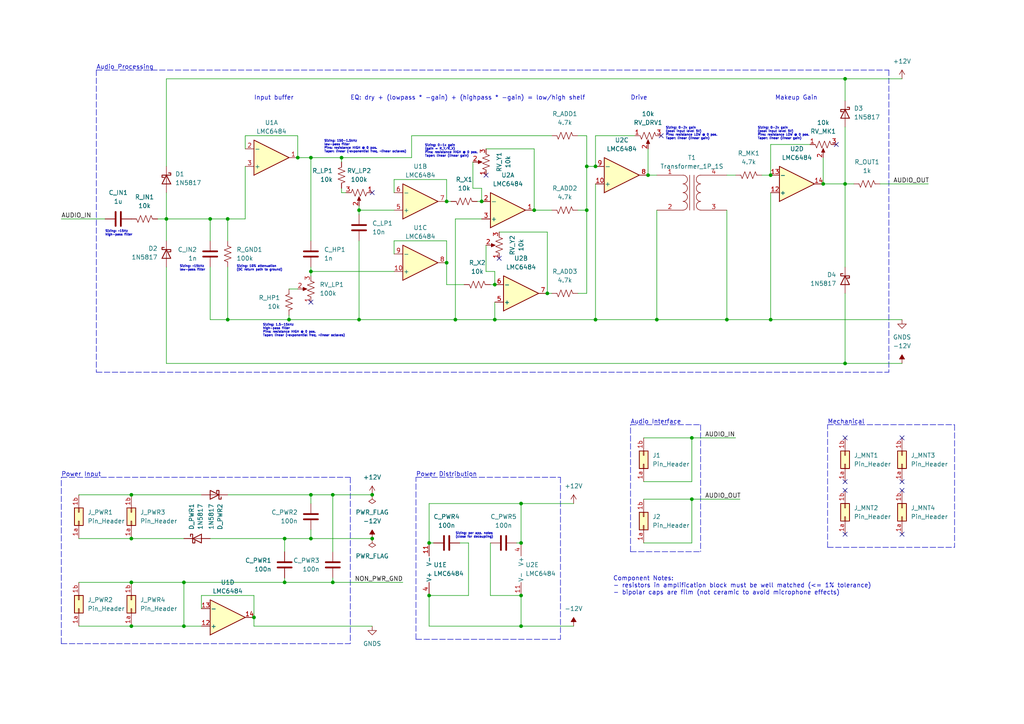
<source format=kicad_sch>
(kicad_sch (version 20211123) (generator eeschema)
  (paper "A4")
  (lib_symbols
    (symbol "Amplifier_Operational:LMC6484" (pin_names (offset 0.127))
      (property "Reference" "U" (at 0 5.08 0))
      (property "Value" "LMC6484" (at 0 -5.08 0))
      (symbol "LMC6484_1_1"
        (polyline (pts (xy -5.08 5.08) (xy 5.08 0) (xy -5.08 -5.08) (xy -5.08 5.08)) (stroke (width 0.254)) (fill (type background)))
        (pin output line (at 7.62 0 180) (length 2.54) (name "~") (number "1"))
        (pin input line (at -7.62 -2.54 0) (length 2.54) (name "-") (number "2"))
        (pin input line (at -7.62 2.54 0) (length 2.54) (name "+") (number "3"))
      )
      (symbol "LMC6484_2_1"
        (polyline (pts (xy -5.08 5.08) (xy 5.08 0) (xy -5.08 -5.08) (xy -5.08 5.08)) (stroke (width 0.254)) (fill (type background)))
        (pin input line (at -7.62 2.54 0) (length 2.54) (name "+") (number "5"))
        (pin input line (at -7.62 -2.54 0) (length 2.54) (name "-") (number "6"))
        (pin output line (at 7.62 0 180) (length 2.54) (name "~") (number "7"))
      )
      (symbol "LMC6484_3_1"
        (polyline (pts (xy -5.08 5.08) (xy 5.08 0) (xy -5.08 -5.08) (xy -5.08 5.08)) (stroke (width 0.254)) (fill (type background)))
        (pin input line (at -7.62 2.54 0) (length 2.54) (name "+") (number "10"))
        (pin output line (at 7.62 0 180) (length 2.54) (name "~") (number "8"))
        (pin input line (at -7.62 -2.54 0) (length 2.54) (name "-") (number "9"))
      )
      (symbol "LMC6484_4_1"
        (polyline (pts (xy -5.08 5.08) (xy 5.08 0) (xy -5.08 -5.08) (xy -5.08 5.08)) (stroke (width 0.254)) (fill (type background)))
        (pin input line (at -7.62 2.54 0) (length 2.54) (name "+") (number "12"))
        (pin input line (at -7.62 -2.54 0) (length 2.54) (name "-") (number "13"))
        (pin output line (at 7.62 0 180) (length 2.54) (name "~") (number "14"))
      )
      (symbol "LMC6484_5_1"
        (pin power_in line (at -2.54 -7.62 90) (length 3.81) (name "V-") (number "11"))
        (pin power_in line (at -2.54 7.62 270) (length 3.81) (name "V+") (number "4"))
      )
    )
    (symbol "Connector_Generic:Conn_02x01_Row_Letter_Last" (pin_names (offset 1.016) hide)
      (property "Reference" "J" (at 1.27 2.54 0))
      (property "Value" "Conn_02x01_Row_Letter_Last" (at 1.27 -2.54 0))
      (symbol "Conn_02x01_Row_Letter_Last_1_1"
        (rectangle (start -1.27 0.127) (end 0 -0.127) (stroke (width 0.1524)))
        (rectangle (start -1.27 1.27) (end 3.81 -1.27) (stroke (width 0.254)) (fill (type background)))
        (rectangle (start 3.81 0.127) (end 2.54 -0.127) (stroke (width 0.1524)))
        (pin passive line (at -5.08 0 0) (length 3.81) (name "Pin_1a") (number "1a"))
        (pin passive line (at 7.62 0 180) (length 3.81) (name "Pin_1b") (number "1b"))
      )
    )
    (symbol "Device:C" (pin_numbers hide) (pin_names (offset 0.254))
      (property "Reference" "C" (at 0.635 2.54 0))
      (property "Value" "C" (at 0.635 -2.54 0))
      (symbol "C_0_1"
        (polyline (pts (xy -2.032 -0.762) (xy 2.032 -0.762)) (stroke (width 0.508)))
        (polyline (pts (xy -2.032 0.762) (xy 2.032 0.762)) (stroke (width 0.508)))
      )
      (symbol "C_1_1"
        (pin passive line (at 0 3.81 270) (length 2.794) (name "~") (number "1"))
        (pin passive line (at 0 -3.81 90) (length 2.794) (name "~") (number "2"))
      )
    )
    (symbol "Device:R_Potentiometer_US" (pin_names (offset 1.016) hide)
      (property "Reference" "RV" (at -4.445 0 90))
      (property "Value" "R_Potentiometer_US" (at -2.54 0 90))
      (symbol "R_Potentiometer_US_0_1"
        (polyline (pts (xy 0 -2.286) (xy 0 -2.54)))
        (polyline (pts (xy 0 2.54) (xy 0 2.286)))
        (polyline (pts (xy 2.54 0) (xy 1.524 0)))
        (polyline (pts (xy 1.143 0) (xy 2.286 0.508) (xy 2.286 -0.508) (xy 1.143 0)) (fill (type outline)))
        (polyline (pts (xy 0 -0.762) (xy 1.016 -1.143) (xy 0 -1.524) (xy -1.016 -1.905) (xy 0 -2.286)))
        (polyline (pts (xy 0 0.762) (xy 1.016 0.381) (xy 0 0) (xy -1.016 -0.381) (xy 0 -0.762)))
        (polyline (pts (xy 0 2.286) (xy 1.016 1.905) (xy 0 1.524) (xy -1.016 1.143) (xy 0 0.762)))
      )
      (symbol "R_Potentiometer_US_1_1"
        (pin passive line (at 0 3.81 270) (length 1.27) (name "1") (number "1"))
        (pin passive line (at 3.81 0 180) (length 1.27) (name "2") (number "2"))
        (pin passive line (at 0 -3.81 90) (length 1.27) (name "3") (number "3"))
      )
    )
    (symbol "Device:R_US" (pin_numbers hide) (pin_names (offset 0))
      (property "Reference" "R" (at 2.54 0 90))
      (property "Value" "R_US" (at -2.54 0 90))
      (symbol "R_US_0_1"
        (polyline (pts (xy 0 -2.286) (xy 0 -2.54)))
        (polyline (pts (xy 0 2.286) (xy 0 2.54)))
        (polyline (pts (xy 0 -0.762) (xy 1.016 -1.143) (xy 0 -1.524) (xy -1.016 -1.905) (xy 0 -2.286)))
        (polyline (pts (xy 0 0.762) (xy 1.016 0.381) (xy 0 0) (xy -1.016 -0.381) (xy 0 -0.762)))
        (polyline (pts (xy 0 2.286) (xy 1.016 1.905) (xy 0 1.524) (xy -1.016 1.143) (xy 0 0.762)))
      )
      (symbol "R_US_1_1"
        (pin passive line (at 0 3.81 270) (length 1.27) (name "~") (number "1"))
        (pin passive line (at 0 -3.81 90) (length 1.27) (name "~") (number "2"))
      )
    )
    (symbol "Device:Transformer_1P_1S" (pin_names (offset 1.016) hide)
      (property "Reference" "T" (at 0 6.35 0))
      (property "Value" "Transformer_1P_1S" (at 0 -7.62 0))
      (symbol "Transformer_1P_1S_0_1"
        (arc (start -2.54 -5.0546) (mid -1.6599 -4.6901) (end -1.27 -3.81))
        (arc (start -2.54 -2.5146) (mid -1.6599 -2.1501) (end -1.27 -1.27))
        (arc (start -2.54 0.0254) (mid -1.6599 0.3899) (end -1.27 1.27))
        (arc (start -2.54 2.5654) (mid -1.6599 2.9299) (end -1.27 3.81))
        (arc (start -1.27 -3.81) (mid -1.642 -2.912) (end -2.54 -2.54))
        (arc (start -1.27 -1.27) (mid -1.642 -0.372) (end -2.54 0))
        (arc (start -1.27 1.27) (mid -1.642 2.168) (end -2.54 2.54))
        (arc (start -1.27 3.81) (mid -1.642 4.708) (end -2.54 5.08))
        (polyline (pts (xy -0.635 5.08) (xy -0.635 -5.08)))
        (polyline (pts (xy 0.635 -5.08) (xy 0.635 5.08)))
        (arc (start 1.2954 -1.27) (mid 1.6599 -2.1501) (end 2.54 -2.5146))
        (arc (start 1.2954 1.27) (mid 1.6599 0.3899) (end 2.54 0.0254))
        (arc (start 1.2954 3.81) (mid 1.6599 2.9299) (end 2.54 2.5654))
        (arc (start 1.3208 -3.81) (mid 1.6853 -4.6901) (end 2.5654 -5.0546))
        (arc (start 2.54 0) (mid 1.642 -0.372) (end 1.2954 -1.27))
        (arc (start 2.54 2.54) (mid 1.642 2.168) (end 1.2954 1.27))
        (arc (start 2.54 5.08) (mid 1.642 4.708) (end 1.2954 3.81))
        (arc (start 2.5654 -2.54) (mid 1.6674 -2.912) (end 1.3208 -3.81))
      )
      (symbol "Transformer_1P_1S_1_1"
        (pin passive line (at -10.16 5.08 0) (length 7.62) (name "AA") (number "1"))
        (pin passive line (at -10.16 -5.08 0) (length 7.62) (name "AB") (number "2"))
        (pin passive line (at 10.16 -5.08 180) (length 7.62) (name "SA") (number "3"))
        (pin passive line (at 10.16 5.08 180) (length 7.62) (name "SB") (number "4"))
      )
    )
    (symbol "Diode:1N5817" (pin_numbers hide) (pin_names (offset 1.016) hide)
      (property "Reference" "D" (at 0 2.54 0))
      (property "Value" "1N5817" (at 0 -2.54 0))
      (symbol "1N5817_0_1"
        (polyline (pts (xy 1.27 0) (xy -1.27 0)))
        (polyline (pts (xy 1.27 1.27) (xy 1.27 -1.27) (xy -1.27 0) (xy 1.27 1.27)) (stroke (width 0.254)))
        (polyline (pts (xy -1.905 0.635) (xy -1.905 1.27) (xy -1.27 1.27) (xy -1.27 -1.27) (xy -0.635 -1.27) (xy -0.635 -0.635)) (stroke (width 0.254)))
      )
      (symbol "1N5817_1_1"
        (pin passive line (at -3.81 0 0) (length 2.54) (name "K") (number "1"))
        (pin passive line (at 3.81 0 180) (length 2.54) (name "A") (number "2"))
      )
    )
    (symbol "power:+12V" (power) (pin_names (offset 0))
      (property "Value" "+12V" (at 0 3.556 0))
      (symbol "+12V_0_1"
        (polyline (pts (xy -0.762 1.27) (xy 0 2.54)))
        (polyline (pts (xy 0 0) (xy 0 2.54)))
        (polyline (pts (xy 0 2.54) (xy 0.762 1.27)))
      )
      (symbol "+12V_1_1"
        (pin power_in line (at 0 0 90) (length 0) hide (name "+12V") (number "1"))
      )
    )
    (symbol "power:-12V" (power) (pin_names (offset 0))
      (property "Value" "-12V" (at 0 3.81 0))
      (symbol "-12V_0_0"
        (pin power_in line (at 0 0 90) (length 0) hide (name "-12V") (number "1"))
      )
      (symbol "-12V_0_1"
        (polyline (pts (xy 0 0) (xy 0 1.27) (xy 0.762 1.27) (xy 0 2.54) (xy -0.762 1.27) (xy 0 1.27)) (fill (type outline)))
      )
    )
    (symbol "power:GNDS" (power) (pin_names (offset 0))
      (property "Value" "GNDS" (at 0 -3.81 0))
      (symbol "GNDS_0_1"
        (polyline (pts (xy 0 0) (xy 0 -1.27) (xy 1.27 -1.27) (xy 0 -2.54) (xy -1.27 -1.27) (xy 0 -1.27)))
      )
      (symbol "GNDS_1_1"
        (pin power_in line (at 0 0 270) (length 0) hide (name "GNDS") (number "1"))
      )
    )
    (symbol "power:PWR_FLAG" (power) (pin_numbers hide) (pin_names (offset 0) hide)
      (property "Value" "PWR_FLAG" (at 0 3.81 0))
      (symbol "PWR_FLAG_0_0"
        (pin power_out line (at 0 0 90) (length 0) (name "pwr") (number "1"))
      )
      (symbol "PWR_FLAG_0_1"
        (polyline (pts (xy 0 0) (xy 0 1.27) (xy -1.016 1.905) (xy 0 2.54) (xy 1.016 1.905) (xy 0 1.27)))
      )
    )
  )
  (junction (at 73.66 179.07))
  (junction (at 172.72 48.26))
  (junction (at 104.14 92.71))
  (junction (at 129.54 76.2))
  (junction (at 99.06 45.72))
  (junction (at 90.17 156.21))
  (junction (at 90.17 45.72))
  (junction (at 38.1 143.51))
  (junction (at 107.95 156.21))
  (junction (at 66.04 92.71))
  (junction (at 53.34 168.91))
  (junction (at 96.52 143.51))
  (junction (at 143.51 92.71))
  (junction (at 151.13 181.61))
  (junction (at 60.96 63.5))
  (junction (at 151.13 157.48))
  (junction (at 53.34 181.61))
  (junction (at 96.52 168.91))
  (junction (at 190.5 92.71))
  (junction (at 124.46 157.48))
  (junction (at 200.66 127))
  (junction (at 245.11 105.41))
  (junction (at 66.04 63.5))
  (junction (at 124.46 172.72))
  (junction (at 151.13 146.05))
  (junction (at 238.76 53.34))
  (junction (at 143.51 82.55))
  (junction (at 38.1 156.21))
  (junction (at 82.55 168.91))
  (junction (at 90.17 143.51))
  (junction (at 223.52 50.8))
  (junction (at 245.11 53.34))
  (junction (at 245.11 22.86))
  (junction (at 82.55 156.21))
  (junction (at 86.36 45.72))
  (junction (at 107.95 143.51))
  (junction (at 154.94 60.96))
  (junction (at 200.66 144.78))
  (junction (at 38.1 168.91))
  (junction (at 129.54 58.42))
  (junction (at 210.82 92.71))
  (junction (at 104.14 60.96))
  (junction (at 38.1 181.61))
  (junction (at 48.26 63.5))
  (junction (at 132.08 92.71))
  (junction (at 139.7 58.42))
  (junction (at 172.72 92.71))
  (junction (at 170.18 48.26))
  (junction (at 83.82 92.71))
  (junction (at 223.52 92.71))
  (junction (at 170.18 60.96))
  (junction (at 187.96 50.8))
  (junction (at 151.13 172.72))
  (junction (at 90.17 78.74))
  (junction (at 158.75 85.09))
  (no_connect (at 261.62 127))
  (no_connect (at 261.62 154.94))
  (no_connect (at 191.77 39.37))
  (no_connect (at 144.78 74.93))
  (no_connect (at 261.62 139.7))
  (no_connect (at 245.11 139.7))
  (no_connect (at 107.95 55.88))
  (no_connect (at 90.17 87.63))
  (no_connect (at 140.97 50.8))
  (no_connect (at 242.57 41.91))
  (no_connect (at 245.11 127))
  (no_connect (at 261.62 142.24))
  (no_connect (at 245.11 142.24))
  (no_connect (at 245.11 154.94))
  (wire (pts (xy 22.86 168.91) (xy 38.1 168.91)))
  (polyline (pts (xy 240.03 158.75) (xy 240.03 123.19)))
  (wire (pts (xy 22.86 156.21) (xy 38.1 156.21)))
  (wire (pts (xy 190.5 60.96) (xy 190.5 92.71)))
  (polyline (pts (xy 17.78 186.69) (xy 17.78 138.43)))
  (wire (pts (xy 245.11 53.34) (xy 245.11 77.47)))
  (wire (pts (xy 48.26 63.5) (xy 48.26 69.85)))
  (wire (pts (xy 48.26 55.88) (xy 48.26 63.5)))
  (wire (pts (xy 210.82 92.71) (xy 223.52 92.71)))
  (wire (pts (xy 73.66 181.61) (xy 107.95 181.61)))
  (wire (pts (xy 210.82 50.8) (xy 213.36 50.8)))
  (wire (pts (xy 96.52 143.51) (xy 96.52 160.02)))
  (wire (pts (xy 133.35 157.48) (xy 135.89 157.48)))
  (wire (pts (xy 38.1 143.51) (xy 58.42 143.51)))
  (polyline (pts (xy 257.81 20.32) (xy 257.81 107.95)))
  (wire (pts (xy 151.13 146.05) (xy 151.13 157.48)))
  (wire (pts (xy 140.97 71.12) (xy 140.97 78.74)))
  (wire (pts (xy 129.54 52.07) (xy 114.3 52.07)))
  (wire (pts (xy 245.11 85.09) (xy 245.11 105.41)))
  (wire (pts (xy 238.76 45.72) (xy 238.76 53.34)))
  (wire (pts (xy 124.46 172.72) (xy 124.46 181.61)))
  (wire (pts (xy 129.54 58.42) (xy 130.81 58.42)))
  (wire (pts (xy 90.17 45.72) (xy 99.06 45.72)))
  (wire (pts (xy 149.86 157.48) (xy 151.13 157.48)))
  (wire (pts (xy 71.12 63.5) (xy 66.04 63.5)))
  (wire (pts (xy 99.06 55.88) (xy 99.06 54.61)))
  (wire (pts (xy 142.24 157.48) (xy 142.24 172.72)))
  (wire (pts (xy 104.14 59.69) (xy 104.14 60.96)))
  (wire (pts (xy 170.18 48.26) (xy 172.72 48.26)))
  (wire (pts (xy 90.17 156.21) (xy 107.95 156.21)))
  (wire (pts (xy 124.46 146.05) (xy 124.46 157.48)))
  (wire (pts (xy 119.38 39.37) (xy 119.38 45.72)))
  (wire (pts (xy 53.34 168.91) (xy 82.55 168.91)))
  (wire (pts (xy 172.72 92.71) (xy 190.5 92.71)))
  (wire (pts (xy 48.26 63.5) (xy 60.96 63.5)))
  (wire (pts (xy 38.1 168.91) (xy 53.34 168.91)))
  (wire (pts (xy 82.55 168.91) (xy 96.52 168.91)))
  (wire (pts (xy 48.26 22.86) (xy 48.26 48.26)))
  (wire (pts (xy 184.15 39.37) (xy 172.72 39.37)))
  (wire (pts (xy 114.3 69.85) (xy 114.3 73.66)))
  (wire (pts (xy 53.34 181.61) (xy 58.42 181.61)))
  (polyline (pts (xy 182.88 160.02) (xy 182.88 123.19)))
  (wire (pts (xy 158.75 85.09) (xy 160.02 85.09)))
  (wire (pts (xy 223.52 55.88) (xy 223.52 92.71)))
  (wire (pts (xy 96.52 168.91) (xy 116.84 168.91)))
  (polyline (pts (xy 27.94 20.32) (xy 27.94 107.95)))
  (wire (pts (xy 186.69 139.7) (xy 200.66 139.7)))
  (wire (pts (xy 137.16 54.61) (xy 139.7 54.61)))
  (polyline (pts (xy 120.65 138.43) (xy 162.56 138.43)))
  (wire (pts (xy 238.76 53.34) (xy 245.11 53.34)))
  (wire (pts (xy 223.52 92.71) (xy 261.62 92.71)))
  (wire (pts (xy 83.82 92.71) (xy 104.14 92.71)))
  (wire (pts (xy 138.43 58.42) (xy 139.7 58.42)))
  (wire (pts (xy 137.16 46.99) (xy 137.16 54.61)))
  (wire (pts (xy 144.78 67.31) (xy 158.75 67.31)))
  (wire (pts (xy 245.11 22.86) (xy 261.62 22.86)))
  (wire (pts (xy 172.72 53.34) (xy 172.72 92.71)))
  (wire (pts (xy 48.26 22.86) (xy 245.11 22.86)))
  (wire (pts (xy 73.66 179.07) (xy 73.66 181.61)))
  (wire (pts (xy 186.69 157.48) (xy 200.66 157.48)))
  (wire (pts (xy 100.33 55.88) (xy 99.06 55.88)))
  (wire (pts (xy 187.96 50.8) (xy 190.5 50.8)))
  (wire (pts (xy 151.13 172.72) (xy 151.13 181.61)))
  (wire (pts (xy 255.27 53.34) (xy 269.24 53.34)))
  (wire (pts (xy 90.17 45.72) (xy 90.17 69.85)))
  (wire (pts (xy 170.18 85.09) (xy 167.64 85.09)))
  (wire (pts (xy 124.46 157.48) (xy 125.73 157.48)))
  (wire (pts (xy 129.54 52.07) (xy 129.54 58.42)))
  (wire (pts (xy 234.95 41.91) (xy 223.52 41.91)))
  (wire (pts (xy 158.75 67.31) (xy 158.75 85.09)))
  (wire (pts (xy 66.04 69.85) (xy 66.04 63.5)))
  (polyline (pts (xy 17.78 138.43) (xy 101.6 138.43)))
  (wire (pts (xy 58.42 176.53) (xy 58.42 172.72)))
  (wire (pts (xy 132.08 63.5) (xy 132.08 92.71)))
  (wire (pts (xy 151.13 181.61) (xy 166.37 181.61)))
  (wire (pts (xy 71.12 48.26) (xy 71.12 63.5)))
  (wire (pts (xy 17.78 63.5) (xy 30.48 63.5)))
  (wire (pts (xy 22.86 143.51) (xy 38.1 143.51)))
  (wire (pts (xy 71.12 39.37) (xy 71.12 43.18)))
  (wire (pts (xy 82.55 156.21) (xy 82.55 160.02)))
  (wire (pts (xy 142.24 82.55) (xy 143.51 82.55)))
  (wire (pts (xy 38.1 181.61) (xy 53.34 181.61)))
  (polyline (pts (xy 203.2 123.19) (xy 203.2 160.02)))
  (wire (pts (xy 60.96 63.5) (xy 60.96 69.85)))
  (wire (pts (xy 200.66 144.78) (xy 214.63 144.78)))
  (wire (pts (xy 99.06 45.72) (xy 119.38 45.72)))
  (wire (pts (xy 186.69 144.78) (xy 200.66 144.78)))
  (wire (pts (xy 129.54 82.55) (xy 129.54 76.2)))
  (wire (pts (xy 223.52 41.91) (xy 223.52 50.8)))
  (polyline (pts (xy 27.94 107.95) (xy 257.81 107.95)))
  (wire (pts (xy 104.14 60.96) (xy 114.3 60.96)))
  (wire (pts (xy 83.82 91.44) (xy 83.82 92.71)))
  (wire (pts (xy 167.64 60.96) (xy 170.18 60.96)))
  (wire (pts (xy 66.04 63.5) (xy 60.96 63.5)))
  (wire (pts (xy 172.72 39.37) (xy 172.72 48.26)))
  (polyline (pts (xy 182.88 160.02) (xy 203.2 160.02)))
  (wire (pts (xy 134.62 82.55) (xy 129.54 82.55)))
  (wire (pts (xy 90.17 143.51) (xy 96.52 143.51)))
  (polyline (pts (xy 17.78 186.69) (xy 101.6 186.69)))
  (wire (pts (xy 96.52 143.51) (xy 107.95 143.51)))
  (polyline (pts (xy 240.03 123.19) (xy 276.86 123.19)))
  (wire (pts (xy 60.96 77.47) (xy 60.96 92.71)))
  (wire (pts (xy 245.11 22.86) (xy 245.11 29.21)))
  (wire (pts (xy 38.1 156.21) (xy 53.34 156.21)))
  (wire (pts (xy 90.17 78.74) (xy 90.17 80.01)))
  (polyline (pts (xy 276.86 123.19) (xy 276.86 158.75)))
  (wire (pts (xy 140.97 78.74) (xy 143.51 78.74)))
  (wire (pts (xy 119.38 39.37) (xy 160.02 39.37)))
  (wire (pts (xy 86.36 45.72) (xy 90.17 45.72)))
  (wire (pts (xy 129.54 69.85) (xy 114.3 69.85)))
  (wire (pts (xy 200.66 127) (xy 200.66 139.7)))
  (wire (pts (xy 187.96 43.18) (xy 187.96 50.8)))
  (wire (pts (xy 186.69 127) (xy 200.66 127)))
  (wire (pts (xy 48.26 105.41) (xy 245.11 105.41)))
  (wire (pts (xy 96.52 167.64) (xy 96.52 168.91)))
  (wire (pts (xy 58.42 172.72) (xy 73.66 172.72)))
  (wire (pts (xy 82.55 167.64) (xy 82.55 168.91)))
  (wire (pts (xy 86.36 45.72) (xy 86.36 39.37)))
  (wire (pts (xy 22.86 181.61) (xy 38.1 181.61)))
  (polyline (pts (xy 182.88 123.19) (xy 203.2 123.19)))
  (wire (pts (xy 139.7 54.61) (xy 139.7 58.42)))
  (wire (pts (xy 245.11 105.41) (xy 261.62 105.41)))
  (wire (pts (xy 135.89 172.72) (xy 124.46 172.72)))
  (wire (pts (xy 60.96 92.71) (xy 66.04 92.71)))
  (wire (pts (xy 60.96 156.21) (xy 82.55 156.21)))
  (wire (pts (xy 48.26 77.47) (xy 48.26 105.41)))
  (wire (pts (xy 151.13 146.05) (xy 124.46 146.05)))
  (wire (pts (xy 200.66 127) (xy 213.36 127)))
  (wire (pts (xy 83.82 83.82) (xy 86.36 83.82)))
  (wire (pts (xy 143.51 87.63) (xy 143.51 92.71)))
  (wire (pts (xy 90.17 153.67) (xy 90.17 156.21)))
  (wire (pts (xy 135.89 157.48) (xy 135.89 172.72)))
  (polyline (pts (xy 27.94 20.32) (xy 257.81 20.32)))
  (wire (pts (xy 154.94 60.96) (xy 160.02 60.96)))
  (wire (pts (xy 220.98 50.8) (xy 223.52 50.8)))
  (polyline (pts (xy 120.65 185.42) (xy 120.65 138.43)))
  (wire (pts (xy 53.34 168.91) (xy 53.34 181.61)))
  (wire (pts (xy 140.97 43.18) (xy 154.94 43.18)))
  (wire (pts (xy 129.54 69.85) (xy 129.54 76.2)))
  (wire (pts (xy 170.18 60.96) (xy 170.18 85.09)))
  (wire (pts (xy 154.94 43.18) (xy 154.94 60.96)))
  (wire (pts (xy 143.51 92.71) (xy 172.72 92.71)))
  (polyline (pts (xy 120.65 185.42) (xy 162.56 185.42)))
  (wire (pts (xy 66.04 92.71) (xy 83.82 92.71)))
  (wire (pts (xy 132.08 63.5) (xy 139.7 63.5)))
  (wire (pts (xy 170.18 60.96) (xy 170.18 48.26)))
  (wire (pts (xy 166.37 146.05) (xy 151.13 146.05)))
  (wire (pts (xy 99.06 45.72) (xy 99.06 46.99)))
  (wire (pts (xy 245.11 36.83) (xy 245.11 53.34)))
  (wire (pts (xy 104.14 69.85) (xy 104.14 92.71)))
  (wire (pts (xy 210.82 60.96) (xy 210.82 92.71)))
  (wire (pts (xy 90.17 78.74) (xy 114.3 78.74)))
  (wire (pts (xy 190.5 92.71) (xy 210.82 92.71)))
  (wire (pts (xy 45.72 63.5) (xy 48.26 63.5)))
  (wire (pts (xy 124.46 181.61) (xy 151.13 181.61)))
  (wire (pts (xy 104.14 60.96) (xy 104.14 62.23)))
  (wire (pts (xy 200.66 144.78) (xy 200.66 157.48)))
  (wire (pts (xy 82.55 156.21) (xy 90.17 156.21)))
  (wire (pts (xy 132.08 92.71) (xy 143.51 92.71)))
  (wire (pts (xy 114.3 52.07) (xy 114.3 55.88)))
  (wire (pts (xy 66.04 143.51) (xy 90.17 143.51)))
  (wire (pts (xy 86.36 39.37) (xy 71.12 39.37)))
  (wire (pts (xy 104.14 92.71) (xy 132.08 92.71)))
  (wire (pts (xy 142.24 172.72) (xy 151.13 172.72)))
  (wire (pts (xy 66.04 77.47) (xy 66.04 92.71)))
  (wire (pts (xy 90.17 77.47) (xy 90.17 78.74)))
  (wire (pts (xy 167.64 39.37) (xy 170.18 39.37)))
  (wire (pts (xy 245.11 53.34) (xy 247.65 53.34)))
  (wire (pts (xy 90.17 143.51) (xy 90.17 146.05)))
  (polyline (pts (xy 240.03 158.75) (xy 276.86 158.75)))
  (polyline (pts (xy 101.6 138.43) (xy 101.6 186.69)))
  (wire (pts (xy 73.66 172.72) (xy 73.66 179.07)))
  (wire (pts (xy 170.18 48.26) (xy 170.18 39.37)))
  (wire (pts (xy 143.51 78.74) (xy 143.51 82.55)))
  (polyline (pts (xy 162.56 138.43) (xy 162.56 185.42)))
  (text "Sizing: ~15Hz\nhigh-pass filter" (at 30.48 68.58 0) (effects (font (size 0.635 0.635)) (justify left bottom)))
  (text "Sizing: 0-1x gain\n(gain = R_Y/R_X)\nPins: resistance HIGH @ 0 pos.\nTaper: linear (linear gain)" (at 123.19 45.72 0) (effects (font (size 0.635 0.635)) (justify left bottom)))
  (text "Sizing: 1.5-15kHz\nhigh-pass filter\nPins: resistance HIGH @ 0 pos.\nTaper: linear (~exponential freq, ~linear octaves)" (at 76.2 97.79 0) (effects (font (size 0.635 0.635)) (justify left bottom)))
  (text "Component Notes:\n- resistors in amplification block must be well matched (<= 1% tolerance)\n- bipolar caps are film (not ceramic to avoid microphone effects)" (at 177.8 172.72 0) (effects (font (size 1.27 1.27)) (justify left bottom)))
  (text "Sizing: per app. notes\n(close for decoupling)" (at 132.08 156.21 0) (effects (font (size 0.635 0.635)) (justify left bottom)))
  (text "Drive" (at 182.88 29.21 0) (effects (font (size 1.27 1.27)) (justify left bottom)))
  (text "Makeup Gain\n" (at 224.79 29.21 0) (effects (font (size 1.27 1.27)) (justify left bottom)))
  (text "EQ: dry + (lowpass * -gain) + (highpass * -gain) = low/high shelf" (at 101.6 29.21 0) (effects (font (size 1.27 1.27)) (justify left bottom)))
  (text "Sizing: 150-1.5kHz\nlow-pass filter\nPins: resistance HIGH @ 0 pos.\nTaper: linear (~exponential freq, ~linear octaves)" (at 93.98 44.45 0) (effects (font (size 0.635 0.635)) (justify left bottom)))
  (text "Power Input" (at 17.78 138.43 0) (effects (font (size 1.27 1.27)) (justify left bottom)))
  (text "Sizing: 0-2x gain\n(peak input level 5V)\nPins: resistance LOW @ 0 pos.\nTaper: linear (linear gain)" (at 193.04 40.64 0) (effects (font (size 0.635 0.635)) (justify left bottom)))
  (text "Mechanical" (at 240.03 123.19 0) (effects (font (size 1.27 1.27)) (justify left bottom)))
  (text "Sizing: 0-2x gain\n(peak input level 5V)\nPins: resistance LOW @ 0 pos.\nTaper: linear (linear gain)" (at 219.71 40.64 0) (effects (font (size 0.635 0.635)) (justify left bottom)))
  (text "Sizing: ~15kHz\nlow-pass filter" (at 52.07 78.74 0) (effects (font (size 0.635 0.635)) (justify left bottom)))
  (text "Audio Processing" (at 27.94 20.32 0) (effects (font (size 1.27 1.27)) (justify left bottom)))
  (text "Sizing: 10% attenuation\n(DC return path to ground)" (at 68.58 78.74 0) (effects (font (size 0.635 0.635)) (justify left bottom)))
  (text "Power Distribution\n" (at 120.65 138.43 0) (effects (font (size 1.27 1.27)) (justify left bottom)))
  (text "Input buffer" (at 73.66 29.21 0) (effects (font (size 1.27 1.27)) (justify left bottom)))
  (text "Audio Interface" (at 182.88 123.19 0) (effects (font (size 1.27 1.27)) (justify left bottom)))
  (label "AUDIO_OUT" (at 259.08 53.34 0))
  (label "NON_PWR_GND" (at 102.87 168.91 0))
  (label "AUDIO_IN" (at 17.78 63.5 0))
  (label "AUDIO_IN" (at 204.47 127 0))
  (label "AUDIO_OUT" (at 204.47 144.78 0))
  (symbol (lib_id "power:PWR_FLAG") (at 107.95 143.51 0) (mirror x) (unit 1)
    (property "Reference" "#FLG01" (effects hide))
    (property "Value" "PWR_FLAG" (at 107.95 148.59 0))
  )
  (symbol (lib_id "Connector_Generic:Conn_02x01_Row_Letter_Last") (at 186.69 152.4 90) (unit 1)
    (property "Reference" "J2" (at 189.23 149.8599 90) (effects (justify right)))
    (property "Value" "Pin_Header" (at 189.23 152.3999 90) (effects (justify right)))
  )
  (symbol (lib_id "Device:R_US") (at 41.91 63.5 270) (mirror x) (unit 1)
    (property "Reference" "R_IN1" (at 41.91 57.15 90))
    (property "Value" "10k" (at 41.91 59.69 90))
    (property "Footprint" "Resistor_THT:R_Axial_DIN0204_L3.6mm_D1.6mm_P5.08mm_Horizontal" (effects hide))
  )
  (symbol (lib_id "Connector_Generic:Conn_02x01_Row_Letter_Last") (at 261.62 149.86 90) (unit 1)
    (property "Reference" "J_MNT4" (at 264.16 147.3199 90) (effects (justify right)))
    (property "Value" "Pin_Header" (at 264.16 149.8599 90) (effects (justify right)))
  )
  (symbol (lib_id "power:-12V") (at 166.37 181.61 0) (unit 1)
    (property "Reference" "#PWR05" (effects hide))
    (property "Value" "-12V" (at 166.37 176.53 0))
  )
  (symbol (lib_id "Device:R_Potentiometer_US") (at 140.97 46.99 180) (unit 1)
    (property "Reference" "RV_Y1" (at 144.78 46.99 90))
    (property "Value" "10k" (at 147.32 46.99 90))
  )
  (symbol (lib_id "Device:C") (at 34.29 63.5 90) (unit 1)
    (property "Reference" "C_IN1" (at 34.29 55.88 90))
    (property "Value" "1u" (at 34.29 58.42 90))
    (property "Footprint" "Capacitor_THT:C_Rect_L7.2mm_W5.5mm_P5.00mm_FKS2_FKP2_MKS2_MKP2" (effects hide))
  )
  (symbol (lib_id "Connector_Generic:Conn_02x01_Row_Letter_Last") (at 22.86 176.53 90) (unit 1)
    (property "Reference" "J_PWR2" (at 25.4 173.9899 90) (effects (justify right)))
    (property "Value" "Pin_Header" (at 25.4 176.5299 90) (effects (justify right)))
  )
  (symbol (lib_id "Device:R_US") (at 83.82 87.63 0) (mirror x) (unit 1)
    (property "Reference" "R_HP1" (at 81.28 86.3599 0) (effects (justify right)))
    (property "Value" "10k" (at 81.28 88.8999 0) (effects (justify right)))
    (property "Footprint" "Resistor_THT:R_Axial_DIN0204_L3.6mm_D1.6mm_P5.08mm_Horizontal" (effects hide))
  )
  (symbol (lib_id "Diode:1N5817") (at 245.11 33.02 270) (unit 1)
    (property "Reference" "D3" (at 247.65 31.4324 90) (effects (justify left)))
    (property "Value" "1N5817" (at 247.65 33.9724 90) (effects (justify left)))
    (property "Footprint" "Diode_THT:D_DO-41_SOD81_P10.16mm_Horizontal" (effects hide))
    (property "Datasheet" "http://www.vishay.com/docs/88525/1n5817.pdf" (effects hide))
  )
  (symbol (lib_id "Amplifier_Operational:LMC6484") (at 147.32 60.96 0) (mirror x) (unit 1)
    (property "Reference" "U2" (at 147.32 50.8 0))
    (property "Value" "LMC6484" (at 147.32 53.34 0))
    (property "Datasheet" "http://www.ti.com/lit/ds/symlink/lmc6484.pdf" (effects hide))
  )
  (symbol (lib_id "Diode:1N5817") (at 48.26 73.66 90) (mirror x) (unit 1)
    (property "Reference" "D2" (at 45.72 72.0724 90) (effects (justify left)))
    (property "Value" "1N5817" (at 45.72 74.6124 90) (effects (justify left)))
    (property "Footprint" "Diode_THT:D_DO-41_SOD81_P10.16mm_Horizontal" (effects hide))
    (property "Datasheet" "http://www.vishay.com/docs/88525/1n5817.pdf" (effects hide))
  )
  (symbol (lib_id "power:PWR_FLAG") (at 107.95 156.21 0) (mirror x) (unit 1)
    (property "Reference" "#FLG02" (effects hide))
    (property "Value" "PWR_FLAG" (at 107.95 161.29 0))
  )
  (symbol (lib_id "Amplifier_Operational:LMC6484") (at 66.04 179.07 0) (mirror x) (unit 4)
    (property "Reference" "U1" (at 66.04 168.91 0))
    (property "Value" "LMC6484" (at 66.04 171.45 0))
    (property "Datasheet" "http://www.ti.com/lit/ds/symlink/lmc6484.pdf" (effects hide))
  )
  (symbol (lib_id "Device:R_US") (at 163.83 60.96 270) (mirror x) (unit 1)
    (property "Reference" "R_ADD2" (at 163.83 54.61 90))
    (property "Value" "4.7k" (at 163.83 57.15 90))
    (property "Footprint" "Resistor_THT:R_Axial_DIN0204_L3.6mm_D1.6mm_P5.08mm_Horizontal" (effects hide))
  )
  (symbol (lib_id "Device:R_US") (at 217.17 50.8 270) (mirror x) (unit 1)
    (property "Reference" "R_MK1" (at 217.17 44.45 90))
    (property "Value" "4.7k" (at 217.17 46.99 90))
    (property "Footprint" "Resistor_THT:R_Axial_DIN0204_L3.6mm_D1.6mm_P5.08mm_Horizontal" (effects hide))
  )
  (symbol (lib_id "Connector_Generic:Conn_02x01_Row_Letter_Last") (at 22.86 151.13 90) (unit 1)
    (property "Reference" "J_PWR1" (at 25.4 148.5899 90) (effects (justify right)))
    (property "Value" "Pin_Header" (at 25.4 151.1299 90) (effects (justify right)))
  )
  (symbol (lib_id "Device:C") (at 146.05 157.48 90) (unit 1)
    (property "Reference" "C_PWR5" (at 146.05 149.86 90))
    (property "Value" "100n" (at 146.05 152.4 90))
    (property "Footprint" "Capacitor_THT:C_Rect_L7.2mm_W2.5mm_P5.00mm_FKS2_FKP2_MKS2_MKP2" (effects hide))
  )
  (symbol (lib_id "Device:C") (at 82.55 163.83 0) (mirror x) (unit 1)
    (property "Reference" "C_PWR1" (at 78.74 162.5599 0) (effects (justify right)))
    (property "Value" "100n" (at 78.74 165.0999 0) (effects (justify right)))
    (property "Footprint" "Capacitor_THT:C_Rect_L7.2mm_W2.5mm_P5.00mm_FKS2_FKP2_MKS2_MKP2" (effects hide))
  )
  (symbol (lib_id "Device:Transformer_1P_1S") (at 200.66 55.88 0) (unit 1)
    (property "Reference" "T1" (at 200.6727 45.72 0))
    (property "Value" "Transformer_1P_1S" (at 200.6727 48.26 0))
  )
  (symbol (lib_id "Connector_Generic:Conn_02x01_Row_Letter_Last") (at 245.11 134.62 90) (unit 1)
    (property "Reference" "J_MNT1" (at 247.65 132.0799 90) (effects (justify right)))
    (property "Value" "Pin_Header" (at 247.65 134.6199 90) (effects (justify right)))
  )
  (symbol (lib_id "Device:R_US") (at 163.83 39.37 270) (mirror x) (unit 1)
    (property "Reference" "R_ADD1" (at 163.83 33.02 90))
    (property "Value" "4.7k" (at 163.83 35.56 90))
    (property "Footprint" "Resistor_THT:R_Axial_DIN0204_L3.6mm_D1.6mm_P5.08mm_Horizontal" (effects hide))
  )
  (symbol (lib_id "Connector_Generic:Conn_02x01_Row_Letter_Last") (at 38.1 176.53 90) (unit 1)
    (property "Reference" "J_PWR4" (at 40.64 173.9899 90) (effects (justify right)))
    (property "Value" "Pin_Header" (at 40.64 176.5299 90) (effects (justify right)))
  )
  (symbol (lib_id "Device:R_US") (at 66.04 73.66 0) (unit 1)
    (property "Reference" "R_GND1" (at 68.58 72.3899 0) (effects (justify left)))
    (property "Value" "100k" (at 68.58 74.9299 0) (effects (justify left)))
    (property "Footprint" "Resistor_THT:R_Axial_DIN0204_L3.6mm_D1.6mm_P5.08mm_Horizontal" (effects hide))
  )
  (symbol (lib_id "Device:C") (at 129.54 157.48 90) (unit 1)
    (property "Reference" "C_PWR4" (at 129.54 149.86 90))
    (property "Value" "100n" (at 129.54 152.4 90))
    (property "Footprint" "Capacitor_THT:C_Rect_L7.2mm_W2.5mm_P5.00mm_FKS2_FKP2_MKS2_MKP2" (effects hide))
  )
  (symbol (lib_id "Amplifier_Operational:LMC6484") (at 121.92 76.2 0) (mirror x) (unit 3)
    (property "Reference" "U1" (at 121.92 66.04 0))
    (property "Value" "LMC6484" (at 121.92 68.58 0))
    (property "Datasheet" "http://www.ti.com/lit/ds/symlink/lmc6484.pdf" (effects hide))
  )
  (symbol (lib_id "power:GNDS") (at 107.95 181.61 0) (unit 1)
    (property "Reference" "#PWR03" (effects hide))
    (property "Value" "GNDS" (at 107.95 186.69 0))
  )
  (symbol (lib_id "Amplifier_Operational:LMC6484") (at 121.92 165.1 180) (unit 5)
    (property "Reference" "U1" (at 125.73 163.8299 0) (effects (justify right)))
    (property "Value" "LMC6484" (at 125.73 166.3699 0) (effects (justify right)))
    (property "Datasheet" "http://www.ti.com/lit/ds/symlink/lmc6484.pdf" (effects hide))
  )
  (symbol (lib_id "Device:R_US") (at 138.43 82.55 270) (mirror x) (unit 1)
    (property "Reference" "R_X2" (at 138.43 76.2 90))
    (property "Value" "10k" (at 138.43 78.74 90))
    (property "Footprint" "Resistor_THT:R_Axial_DIN0204_L3.6mm_D1.6mm_P5.08mm_Horizontal" (effects hide))
  )
  (symbol (lib_id "power:+12V") (at 166.37 146.05 0) (unit 1)
    (property "Reference" "#PWR04" (effects hide))
    (property "Value" "+12V" (at 166.37 140.97 0))
  )
  (symbol (lib_id "Device:C") (at 104.14 66.04 180) (unit 1)
    (property "Reference" "C_LP1" (at 107.95 64.7699 0) (effects (justify right)))
    (property "Value" "10n" (at 107.95 67.3099 0) (effects (justify right)))
    (property "Footprint" "Capacitor_THT:C_Rect_L7.2mm_W2.5mm_P5.00mm_FKS2_FKP2_MKS2_MKP2" (effects hide))
  )
  (symbol (lib_id "Device:C") (at 90.17 73.66 180) (unit 1)
    (property "Reference" "C_HP1" (at 93.98 72.3899 0) (effects (justify right)))
    (property "Value" "1n" (at 93.98 74.9299 0) (effects (justify right)))
    (property "Footprint" "Capacitor_THT:C_Rect_L7.2mm_W2.5mm_P5.00mm_FKS2_FKP2_MKS2_MKP2" (effects hide))
  )
  (symbol (lib_id "power:-12V") (at 261.62 105.41 0) (unit 1)
    (property "Reference" "#PWR08" (effects hide))
    (property "Value" "-12V" (at 261.62 100.33 0))
  )
  (symbol (lib_id "Amplifier_Operational:LMC6484") (at 231.14 53.34 0) (mirror x) (unit 4)
    (property "Reference" "U2" (at 231.14 43.18 0))
    (property "Value" "LMC6484" (at 231.14 45.72 0))
    (property "Datasheet" "http://www.ti.com/lit/ds/symlink/lmc6484.pdf" (effects hide))
  )
  (symbol (lib_id "power:-12V") (at 107.95 156.21 0) (unit 1)
    (property "Reference" "#PWR02" (effects hide))
    (property "Value" "-12V" (at 107.95 151.13 0))
  )
  (symbol (lib_id "Amplifier_Operational:LMC6484") (at 121.92 58.42 0) (mirror x) (unit 2)
    (property "Reference" "U1" (at 121.92 48.26 0))
    (property "Value" "LMC6484" (at 121.92 50.8 0))
    (property "Datasheet" "http://www.ti.com/lit/ds/symlink/lmc6484.pdf" (effects hide))
  )
  (symbol (lib_id "Device:R_Potentiometer_US") (at 144.78 71.12 180) (unit 1)
    (property "Reference" "RV_Y2" (at 148.59 71.12 90))
    (property "Value" "10k" (at 151.13 71.12 90))
  )
  (symbol (lib_id "Amplifier_Operational:LMC6484") (at 180.34 50.8 0) (mirror x) (unit 3)
    (property "Reference" "U2" (at 180.34 40.64 0))
    (property "Value" "LMC6484" (at 180.34 43.18 0))
    (property "Datasheet" "http://www.ti.com/lit/ds/symlink/lmc6484.pdf" (effects hide))
  )
  (symbol (lib_id "Device:R_US") (at 163.83 85.09 270) (mirror x) (unit 1)
    (property "Reference" "R_ADD3" (at 163.83 78.74 90))
    (property "Value" "4.7k" (at 163.83 81.28 90))
    (property "Footprint" "Resistor_THT:R_Axial_DIN0204_L3.6mm_D1.6mm_P5.08mm_Horizontal" (effects hide))
  )
  (symbol (lib_id "Device:R_Potentiometer_US") (at 104.14 55.88 270) (unit 1)
    (property "Reference" "RV_LP2" (at 104.14 49.53 90))
    (property "Value" "100k" (at 104.14 52.07 90))
  )
  (symbol (lib_id "Device:C") (at 60.96 73.66 0) (mirror x) (unit 1)
    (property "Reference" "C_IN2" (at 57.15 72.3899 0) (effects (justify right)))
    (property "Value" "1n" (at 57.15 74.9299 0) (effects (justify right)))
    (property "Footprint" "Capacitor_THT:C_Rect_L7.2mm_W2.5mm_P5.00mm_FKS2_FKP2_MKS2_MKP2" (effects hide))
  )
  (symbol (lib_id "Diode:1N5817") (at 62.23 143.51 180) (unit 1)
    (property "Reference" "D_PWR2" (at 63.8176 146.05 90) (effects (justify left)))
    (property "Value" "1N5817" (at 61.2776 146.05 90) (effects (justify left)))
    (property "Footprint" "Diode_THT:D_DO-41_SOD81_P10.16mm_Horizontal" (effects hide))
    (property "Datasheet" "http://www.vishay.com/docs/88525/1n5817.pdf" (effects hide))
  )
  (symbol (lib_id "power:+12V") (at 107.95 143.51 0) (unit 1)
    (property "Reference" "#PWR01" (effects hide))
    (property "Value" "+12V" (at 107.95 138.43 0))
  )
  (symbol (lib_id "power:GNDS") (at 261.62 92.71 0) (unit 1)
    (property "Reference" "#PWR07" (effects hide))
    (property "Value" "GNDS" (at 261.62 97.79 0))
  )
  (symbol (lib_id "Connector_Generic:Conn_02x01_Row_Letter_Last") (at 245.11 149.86 90) (unit 1)
    (property "Reference" "J_MNT2" (at 247.65 147.3199 90) (effects (justify right)))
    (property "Value" "Pin_Header" (at 247.65 149.8599 90) (effects (justify right)))
  )
  (symbol (lib_id "Device:R_Potentiometer_US") (at 90.17 83.82 180) (unit 1)
    (property "Reference" "RV_LP1" (at 92.71 82.5499 0) (effects (justify right)))
    (property "Value" "100k" (at 92.71 85.0899 0) (effects (justify right)))
  )
  (symbol (lib_id "Device:C") (at 90.17 149.86 0) (mirror x) (unit 1)
    (property "Reference" "C_PWR2" (at 86.36 148.5899 0) (effects (justify right)))
    (property "Value" "100n" (at 86.36 151.1299 0) (effects (justify right)))
    (property "Footprint" "Capacitor_THT:C_Rect_L7.2mm_W2.5mm_P5.00mm_FKS2_FKP2_MKS2_MKP2" (effects hide))
  )
  (symbol (lib_id "Diode:1N5817") (at 245.11 81.28 90) (mirror x) (unit 1)
    (property "Reference" "D4" (at 242.57 79.6924 90) (effects (justify left)))
    (property "Value" "1N5817" (at 242.57 82.2324 90) (effects (justify left)))
    (property "Footprint" "Diode_THT:D_DO-41_SOD81_P10.16mm_Horizontal" (effects hide))
    (property "Datasheet" "http://www.vishay.com/docs/88525/1n5817.pdf" (effects hide))
  )
  (symbol (lib_id "Connector_Generic:Conn_02x01_Row_Letter_Last") (at 261.62 134.62 90) (unit 1)
    (property "Reference" "J_MNT3" (at 264.16 132.0799 90) (effects (justify right)))
    (property "Value" "Pin_Header" (at 264.16 134.6199 90) (effects (justify right)))
  )
  (symbol (lib_id "Amplifier_Operational:LMC6484") (at 153.67 165.1 0) (unit 5)
    (property "Reference" "U2" (at 152.4 163.8299 0) (effects (justify left)))
    (property "Value" "LMC6484" (at 152.4 166.3699 0) (effects (justify left)))
    (property "Datasheet" "http://www.ti.com/lit/ds/symlink/lmc6484.pdf" (effects hide))
  )
  (symbol (lib_id "Connector_Generic:Conn_02x01_Row_Letter_Last") (at 186.69 134.62 90) (unit 1)
    (property "Reference" "J1" (at 189.23 132.0799 90) (effects (justify right)))
    (property "Value" "Pin_Header" (at 189.23 134.6199 90) (effects (justify right)))
  )
  (symbol (lib_id "Connector_Generic:Conn_02x01_Row_Letter_Last") (at 38.1 151.13 90) (unit 1)
    (property "Reference" "J_PWR3" (at 40.64 148.5899 90) (effects (justify right)))
    (property "Value" "Pin_Header" (at 40.64 151.1299 90) (effects (justify right)))
  )
  (symbol (lib_id "Device:R_Potentiometer_US") (at 187.96 39.37 90) (mirror x) (unit 1)
    (property "Reference" "RV_DRV1" (at 187.96 35.56 90))
    (property "Value" "10k" (at 187.96 33.02 90))
  )
  (symbol (lib_id "Device:C") (at 96.52 163.83 0) (mirror x) (unit 1)
    (property "Reference" "C_PWR3" (at 92.71 162.5599 0) (effects (justify right)))
    (property "Value" "100n" (at 92.71 165.0999 0) (effects (justify right)))
    (property "Footprint" "Capacitor_THT:C_Rect_L7.2mm_W2.5mm_P5.00mm_FKS2_FKP2_MKS2_MKP2" (effects hide))
  )
  (symbol (lib_id "Diode:1N5817") (at 48.26 52.07 270) (unit 1)
    (property "Reference" "D1" (at 50.8 50.4824 90) (effects (justify left)))
    (property "Value" "1N5817" (at 50.8 53.0224 90) (effects (justify left)))
    (property "Footprint" "Diode_THT:D_DO-41_SOD81_P10.16mm_Horizontal" (effects hide))
    (property "Datasheet" "http://www.vishay.com/docs/88525/1n5817.pdf" (effects hide))
  )
  (symbol (lib_id "Device:R_US") (at 251.46 53.34 270) (mirror x) (unit 1)
    (property "Reference" "R_OUT1" (at 251.46 46.99 90))
    (property "Value" "1k" (at 251.46 49.53 90))
    (property "Footprint" "Resistor_THT:R_Axial_DIN0204_L3.6mm_D1.6mm_P5.08mm_Horizontal" (effects hide))
  )
  (symbol (lib_id "Diode:1N5817") (at 57.15 156.21 0) (unit 1)
    (property "Reference" "D_PWR1" (at 55.5624 153.67 90) (effects (justify left)))
    (property "Value" "1N5817" (at 58.1024 153.67 90) (effects (justify left)))
    (property "Footprint" "Diode_THT:D_DO-41_SOD81_P10.16mm_Horizontal" (effects hide))
    (property "Datasheet" "http://www.vishay.com/docs/88525/1n5817.pdf" (effects hide))
  )
  (symbol (lib_id "Amplifier_Operational:LMC6484") (at 151.13 85.09 0) (mirror x) (unit 2)
    (property "Reference" "U2" (at 151.13 74.93 0))
    (property "Value" "LMC6484" (at 151.13 77.47 0))
    (property "Datasheet" "http://www.ti.com/lit/ds/symlink/lmc6484.pdf" (effects hide))
  )
  (symbol (lib_id "Device:R_US") (at 134.62 58.42 270) (mirror x) (unit 1)
    (property "Reference" "R_X1" (at 134.62 52.07 90))
    (property "Value" "10k" (at 134.62 54.61 90))
    (property "Footprint" "Resistor_THT:R_Axial_DIN0204_L3.6mm_D1.6mm_P5.08mm_Horizontal" (effects hide))
  )
  (symbol (lib_id "Device:R_Potentiometer_US") (at 238.76 41.91 90) (mirror x) (unit 1)
    (property "Reference" "RV_MK1" (at 238.76 38.1 90))
    (property "Value" "10k" (at 238.76 35.56 90))
  )
  (symbol (lib_id "Amplifier_Operational:LMC6484") (at 78.74 45.72 0) (mirror x) (unit 1)
    (property "Reference" "U1" (at 78.74 35.56 0))
    (property "Value" "LMC6484" (at 78.74 38.1 0))
    (property "Datasheet" "http://www.ti.com/lit/ds/symlink/lmc6484.pdf" (effects hide))
  )
  (symbol (lib_id "power:+12V") (at 261.62 22.86 0) (unit 1)
    (property "Reference" "#PWR06" (effects hide))
    (property "Value" "+12V" (at 261.62 17.78 0))
  )
  (symbol (lib_id "Device:R_US") (at 99.06 50.8 0) (mirror x) (unit 1)
    (property "Reference" "R_LP1" (at 96.52 49.5299 0) (effects (justify right)))
    (property "Value" "10k" (at 96.52 52.0699 0) (effects (justify right)))
    (property "Footprint" "Resistor_THT:R_Axial_DIN0204_L3.6mm_D1.6mm_P5.08mm_Horizontal" (effects hide))
  )
)
</source>
